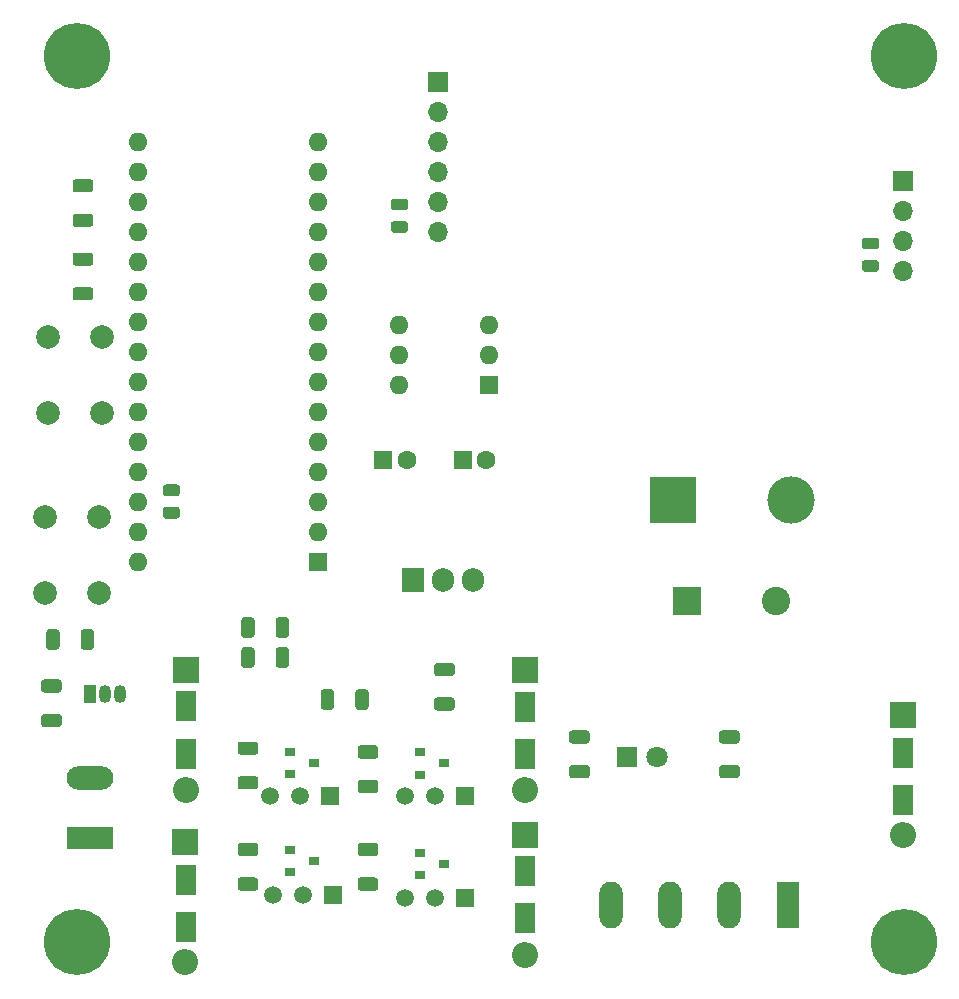
<source format=gbr>
%TF.GenerationSoftware,KiCad,Pcbnew,(5.1.8)-1*%
%TF.CreationDate,2021-07-28T15:43:51+02:00*%
%TF.ProjectId,MotherClock,4d6f7468-6572-4436-9c6f-636b2e6b6963,rev?*%
%TF.SameCoordinates,Original*%
%TF.FileFunction,Soldermask,Top*%
%TF.FilePolarity,Negative*%
%FSLAX46Y46*%
G04 Gerber Fmt 4.6, Leading zero omitted, Abs format (unit mm)*
G04 Created by KiCad (PCBNEW (5.1.8)-1) date 2021-07-28 15:43:51*
%MOMM*%
%LPD*%
G01*
G04 APERTURE LIST*
%ADD10O,3.960000X1.980000*%
%ADD11R,3.960000X1.980000*%
%ADD12R,1.050000X1.500000*%
%ADD13O,1.050000X1.500000*%
%ADD14R,1.500000X1.500000*%
%ADD15C,1.500000*%
%ADD16O,1.700000X1.700000*%
%ADD17R,1.700000X1.700000*%
%ADD18C,2.400000*%
%ADD19R,2.400000X2.400000*%
%ADD20C,2.000000*%
%ADD21O,1.600000X1.600000*%
%ADD22R,1.600000X1.600000*%
%ADD23R,1.800000X2.500000*%
%ADD24C,5.600000*%
%ADD25O,1.905000X2.000000*%
%ADD26R,1.905000X2.000000*%
%ADD27R,0.900000X0.800000*%
%ADD28O,1.980000X3.960000*%
%ADD29R,1.980000X3.960000*%
%ADD30O,2.200000X2.200000*%
%ADD31R,2.200000X2.200000*%
%ADD32C,1.800000*%
%ADD33R,1.800000X1.800000*%
%ADD34C,4.000000*%
%ADD35R,4.000000X4.000000*%
%ADD36C,1.600000*%
G04 APERTURE END LIST*
%TO.C,R14*%
G36*
G01*
X117230999Y-125675500D02*
X118481001Y-125675500D01*
G75*
G02*
X118731000Y-125925499I0J-249999D01*
G01*
X118731000Y-126550501D01*
G75*
G02*
X118481001Y-126800500I-249999J0D01*
G01*
X117230999Y-126800500D01*
G75*
G02*
X116981000Y-126550501I0J249999D01*
G01*
X116981000Y-125925499D01*
G75*
G02*
X117230999Y-125675500I249999J0D01*
G01*
G37*
G36*
G01*
X117230999Y-122750500D02*
X118481001Y-122750500D01*
G75*
G02*
X118731000Y-123000499I0J-249999D01*
G01*
X118731000Y-123625501D01*
G75*
G02*
X118481001Y-123875500I-249999J0D01*
G01*
X117230999Y-123875500D01*
G75*
G02*
X116981000Y-123625501I0J249999D01*
G01*
X116981000Y-123000499D01*
G75*
G02*
X117230999Y-122750500I249999J0D01*
G01*
G37*
%TD*%
D10*
%TO.C,J4*%
X121158000Y-131144000D03*
D11*
X121158000Y-136144000D03*
%TD*%
%TO.C,R13*%
G36*
G01*
X120341500Y-120005001D02*
X120341500Y-118754999D01*
G75*
G02*
X120591499Y-118505000I249999J0D01*
G01*
X121216501Y-118505000D01*
G75*
G02*
X121466500Y-118754999I0J-249999D01*
G01*
X121466500Y-120005001D01*
G75*
G02*
X121216501Y-120255000I-249999J0D01*
G01*
X120591499Y-120255000D01*
G75*
G02*
X120341500Y-120005001I0J249999D01*
G01*
G37*
G36*
G01*
X117416500Y-120005001D02*
X117416500Y-118754999D01*
G75*
G02*
X117666499Y-118505000I249999J0D01*
G01*
X118291501Y-118505000D01*
G75*
G02*
X118541500Y-118754999I0J-249999D01*
G01*
X118541500Y-120005001D01*
G75*
G02*
X118291501Y-120255000I-249999J0D01*
G01*
X117666499Y-120255000D01*
G75*
G02*
X117416500Y-120005001I0J249999D01*
G01*
G37*
%TD*%
D12*
%TO.C,Q9*%
X121158000Y-123952000D03*
D13*
X123698000Y-123952000D03*
X122428000Y-123952000D03*
%TD*%
D14*
%TO.C,Q7*%
X141478000Y-132588000D03*
D15*
X136398000Y-132588000D03*
X138938000Y-132588000D03*
%TD*%
D14*
%TO.C,Q5*%
X152908000Y-132588000D03*
D15*
X147828000Y-132588000D03*
X150368000Y-132588000D03*
%TD*%
D14*
%TO.C,Q8*%
X141732000Y-140970000D03*
D15*
X136652000Y-140970000D03*
X139192000Y-140970000D03*
%TD*%
D14*
%TO.C,Q6*%
X152908000Y-141224000D03*
D15*
X147828000Y-141224000D03*
X150368000Y-141224000D03*
%TD*%
%TO.C,C7*%
G36*
G01*
X186723000Y-87252000D02*
X187673000Y-87252000D01*
G75*
G02*
X187923000Y-87502000I0J-250000D01*
G01*
X187923000Y-88002000D01*
G75*
G02*
X187673000Y-88252000I-250000J0D01*
G01*
X186723000Y-88252000D01*
G75*
G02*
X186473000Y-88002000I0J250000D01*
G01*
X186473000Y-87502000D01*
G75*
G02*
X186723000Y-87252000I250000J0D01*
G01*
G37*
G36*
G01*
X186723000Y-85352000D02*
X187673000Y-85352000D01*
G75*
G02*
X187923000Y-85602000I0J-250000D01*
G01*
X187923000Y-86102000D01*
G75*
G02*
X187673000Y-86352000I-250000J0D01*
G01*
X186723000Y-86352000D01*
G75*
G02*
X186473000Y-86102000I0J250000D01*
G01*
X186473000Y-85602000D01*
G75*
G02*
X186723000Y-85352000I250000J0D01*
G01*
G37*
%TD*%
%TO.C,C6*%
G36*
G01*
X146845000Y-83950000D02*
X147795000Y-83950000D01*
G75*
G02*
X148045000Y-84200000I0J-250000D01*
G01*
X148045000Y-84700000D01*
G75*
G02*
X147795000Y-84950000I-250000J0D01*
G01*
X146845000Y-84950000D01*
G75*
G02*
X146595000Y-84700000I0J250000D01*
G01*
X146595000Y-84200000D01*
G75*
G02*
X146845000Y-83950000I250000J0D01*
G01*
G37*
G36*
G01*
X146845000Y-82050000D02*
X147795000Y-82050000D01*
G75*
G02*
X148045000Y-82300000I0J-250000D01*
G01*
X148045000Y-82800000D01*
G75*
G02*
X147795000Y-83050000I-250000J0D01*
G01*
X146845000Y-83050000D01*
G75*
G02*
X146595000Y-82800000I0J250000D01*
G01*
X146595000Y-82300000D01*
G75*
G02*
X146845000Y-82050000I250000J0D01*
G01*
G37*
%TD*%
%TO.C,C5*%
G36*
G01*
X127541000Y-108146000D02*
X128491000Y-108146000D01*
G75*
G02*
X128741000Y-108396000I0J-250000D01*
G01*
X128741000Y-108896000D01*
G75*
G02*
X128491000Y-109146000I-250000J0D01*
G01*
X127541000Y-109146000D01*
G75*
G02*
X127291000Y-108896000I0J250000D01*
G01*
X127291000Y-108396000D01*
G75*
G02*
X127541000Y-108146000I250000J0D01*
G01*
G37*
G36*
G01*
X127541000Y-106246000D02*
X128491000Y-106246000D01*
G75*
G02*
X128741000Y-106496000I0J-250000D01*
G01*
X128741000Y-106996000D01*
G75*
G02*
X128491000Y-107246000I-250000J0D01*
G01*
X127541000Y-107246000D01*
G75*
G02*
X127291000Y-106996000I0J250000D01*
G01*
X127291000Y-106496000D01*
G75*
G02*
X127541000Y-106246000I250000J0D01*
G01*
G37*
%TD*%
D16*
%TO.C,J3*%
X189992000Y-88138000D03*
X189992000Y-85598000D03*
X189992000Y-83058000D03*
D17*
X189992000Y-80518000D03*
%TD*%
D18*
%TO.C,C4*%
X179204000Y-116078000D03*
D19*
X171704000Y-116078000D03*
%TD*%
D20*
%TO.C,SW3*%
X117348000Y-108966000D03*
X121848000Y-108966000D03*
X117348000Y-115466000D03*
X121848000Y-115466000D03*
%TD*%
%TO.C,SW2*%
X117602000Y-93726000D03*
X122102000Y-93726000D03*
X117602000Y-100226000D03*
X122102000Y-100226000D03*
%TD*%
D21*
%TO.C,SW1*%
X147320000Y-97790000D03*
X154940000Y-92710000D03*
X147320000Y-95250000D03*
X154940000Y-95250000D03*
X147320000Y-92710000D03*
D22*
X154940000Y-97790000D03*
%TD*%
D23*
%TO.C,D11*%
X189992000Y-132969000D03*
X189992000Y-128969000D03*
%TD*%
%TO.C,D10*%
X129286000Y-143700000D03*
X129286000Y-139700000D03*
%TD*%
%TO.C,D9*%
X129286000Y-129032000D03*
X129286000Y-125032000D03*
%TD*%
%TO.C,D8*%
X157988000Y-142970000D03*
X157988000Y-138970000D03*
%TD*%
%TO.C,D7*%
X157988000Y-129095000D03*
X157988000Y-125095000D03*
%TD*%
D24*
%TO.C,REF\u002A\u002A*%
X190000000Y-70000000D03*
%TD*%
%TO.C,REF\u002A\u002A*%
X120000000Y-70000000D03*
%TD*%
%TO.C,REF\u002A\u002A*%
X120000000Y-145000000D03*
%TD*%
%TO.C,REF\u002A\u002A*%
X190000000Y-145000000D03*
%TD*%
D25*
%TO.C,U1*%
X153543000Y-114300000D03*
X151003000Y-114300000D03*
D26*
X148463000Y-114300000D03*
%TD*%
%TO.C,R12*%
G36*
G01*
X121148002Y-81523000D02*
X119897998Y-81523000D01*
G75*
G02*
X119648000Y-81273002I0J249998D01*
G01*
X119648000Y-80647998D01*
G75*
G02*
X119897998Y-80398000I249998J0D01*
G01*
X121148002Y-80398000D01*
G75*
G02*
X121398000Y-80647998I0J-249998D01*
G01*
X121398000Y-81273002D01*
G75*
G02*
X121148002Y-81523000I-249998J0D01*
G01*
G37*
G36*
G01*
X121148002Y-84448000D02*
X119897998Y-84448000D01*
G75*
G02*
X119648000Y-84198002I0J249998D01*
G01*
X119648000Y-83572998D01*
G75*
G02*
X119897998Y-83323000I249998J0D01*
G01*
X121148002Y-83323000D01*
G75*
G02*
X121398000Y-83572998I0J-249998D01*
G01*
X121398000Y-84198002D01*
G75*
G02*
X121148002Y-84448000I-249998J0D01*
G01*
G37*
%TD*%
%TO.C,R11*%
G36*
G01*
X121148002Y-87746000D02*
X119897998Y-87746000D01*
G75*
G02*
X119648000Y-87496002I0J249998D01*
G01*
X119648000Y-86870998D01*
G75*
G02*
X119897998Y-86621000I249998J0D01*
G01*
X121148002Y-86621000D01*
G75*
G02*
X121398000Y-86870998I0J-249998D01*
G01*
X121398000Y-87496002D01*
G75*
G02*
X121148002Y-87746000I-249998J0D01*
G01*
G37*
G36*
G01*
X121148002Y-90671000D02*
X119897998Y-90671000D01*
G75*
G02*
X119648000Y-90421002I0J249998D01*
G01*
X119648000Y-89795998D01*
G75*
G02*
X119897998Y-89546000I249998J0D01*
G01*
X121148002Y-89546000D01*
G75*
G02*
X121398000Y-89795998I0J-249998D01*
G01*
X121398000Y-90421002D01*
G75*
G02*
X121148002Y-90671000I-249998J0D01*
G01*
G37*
%TD*%
%TO.C,R10*%
G36*
G01*
X163185002Y-128197500D02*
X161934998Y-128197500D01*
G75*
G02*
X161685000Y-127947502I0J249998D01*
G01*
X161685000Y-127322498D01*
G75*
G02*
X161934998Y-127072500I249998J0D01*
G01*
X163185002Y-127072500D01*
G75*
G02*
X163435000Y-127322498I0J-249998D01*
G01*
X163435000Y-127947502D01*
G75*
G02*
X163185002Y-128197500I-249998J0D01*
G01*
G37*
G36*
G01*
X163185002Y-131122500D02*
X161934998Y-131122500D01*
G75*
G02*
X161685000Y-130872502I0J249998D01*
G01*
X161685000Y-130247498D01*
G75*
G02*
X161934998Y-129997500I249998J0D01*
G01*
X163185002Y-129997500D01*
G75*
G02*
X163435000Y-130247498I0J-249998D01*
G01*
X163435000Y-130872502D01*
G75*
G02*
X163185002Y-131122500I-249998J0D01*
G01*
G37*
%TD*%
%TO.C,R9*%
G36*
G01*
X133867998Y-139522500D02*
X135118002Y-139522500D01*
G75*
G02*
X135368000Y-139772498I0J-249998D01*
G01*
X135368000Y-140397502D01*
G75*
G02*
X135118002Y-140647500I-249998J0D01*
G01*
X133867998Y-140647500D01*
G75*
G02*
X133618000Y-140397502I0J249998D01*
G01*
X133618000Y-139772498D01*
G75*
G02*
X133867998Y-139522500I249998J0D01*
G01*
G37*
G36*
G01*
X133867998Y-136597500D02*
X135118002Y-136597500D01*
G75*
G02*
X135368000Y-136847498I0J-249998D01*
G01*
X135368000Y-137472502D01*
G75*
G02*
X135118002Y-137722500I-249998J0D01*
G01*
X133867998Y-137722500D01*
G75*
G02*
X133618000Y-137472502I0J249998D01*
G01*
X133618000Y-136847498D01*
G75*
G02*
X133867998Y-136597500I249998J0D01*
G01*
G37*
%TD*%
%TO.C,R8*%
G36*
G01*
X174634998Y-129993500D02*
X175885002Y-129993500D01*
G75*
G02*
X176135000Y-130243498I0J-249998D01*
G01*
X176135000Y-130868502D01*
G75*
G02*
X175885002Y-131118500I-249998J0D01*
G01*
X174634998Y-131118500D01*
G75*
G02*
X174385000Y-130868502I0J249998D01*
G01*
X174385000Y-130243498D01*
G75*
G02*
X174634998Y-129993500I249998J0D01*
G01*
G37*
G36*
G01*
X174634998Y-127068500D02*
X175885002Y-127068500D01*
G75*
G02*
X176135000Y-127318498I0J-249998D01*
G01*
X176135000Y-127943502D01*
G75*
G02*
X175885002Y-128193500I-249998J0D01*
G01*
X174634998Y-128193500D01*
G75*
G02*
X174385000Y-127943502I0J249998D01*
G01*
X174385000Y-127318498D01*
G75*
G02*
X174634998Y-127068500I249998J0D01*
G01*
G37*
%TD*%
%TO.C,R7*%
G36*
G01*
X150504998Y-124282500D02*
X151755002Y-124282500D01*
G75*
G02*
X152005000Y-124532498I0J-249998D01*
G01*
X152005000Y-125157502D01*
G75*
G02*
X151755002Y-125407500I-249998J0D01*
G01*
X150504998Y-125407500D01*
G75*
G02*
X150255000Y-125157502I0J249998D01*
G01*
X150255000Y-124532498D01*
G75*
G02*
X150504998Y-124282500I249998J0D01*
G01*
G37*
G36*
G01*
X150504998Y-121357500D02*
X151755002Y-121357500D01*
G75*
G02*
X152005000Y-121607498I0J-249998D01*
G01*
X152005000Y-122232502D01*
G75*
G02*
X151755002Y-122482500I-249998J0D01*
G01*
X150504998Y-122482500D01*
G75*
G02*
X150255000Y-122232502I0J249998D01*
G01*
X150255000Y-121607498D01*
G75*
G02*
X150504998Y-121357500I249998J0D01*
G01*
G37*
%TD*%
%TO.C,R6*%
G36*
G01*
X135118002Y-129148000D02*
X133867998Y-129148000D01*
G75*
G02*
X133618000Y-128898002I0J249998D01*
G01*
X133618000Y-128272998D01*
G75*
G02*
X133867998Y-128023000I249998J0D01*
G01*
X135118002Y-128023000D01*
G75*
G02*
X135368000Y-128272998I0J-249998D01*
G01*
X135368000Y-128898002D01*
G75*
G02*
X135118002Y-129148000I-249998J0D01*
G01*
G37*
G36*
G01*
X135118002Y-132073000D02*
X133867998Y-132073000D01*
G75*
G02*
X133618000Y-131823002I0J249998D01*
G01*
X133618000Y-131197998D01*
G75*
G02*
X133867998Y-130948000I249998J0D01*
G01*
X135118002Y-130948000D01*
G75*
G02*
X135368000Y-131197998I0J-249998D01*
G01*
X135368000Y-131823002D01*
G75*
G02*
X135118002Y-132073000I-249998J0D01*
G01*
G37*
%TD*%
%TO.C,R5*%
G36*
G01*
X136851500Y-121529002D02*
X136851500Y-120278998D01*
G75*
G02*
X137101498Y-120029000I249998J0D01*
G01*
X137726502Y-120029000D01*
G75*
G02*
X137976500Y-120278998I0J-249998D01*
G01*
X137976500Y-121529002D01*
G75*
G02*
X137726502Y-121779000I-249998J0D01*
G01*
X137101498Y-121779000D01*
G75*
G02*
X136851500Y-121529002I0J249998D01*
G01*
G37*
G36*
G01*
X133926500Y-121529002D02*
X133926500Y-120278998D01*
G75*
G02*
X134176498Y-120029000I249998J0D01*
G01*
X134801502Y-120029000D01*
G75*
G02*
X135051500Y-120278998I0J-249998D01*
G01*
X135051500Y-121529002D01*
G75*
G02*
X134801502Y-121779000I-249998J0D01*
G01*
X134176498Y-121779000D01*
G75*
G02*
X133926500Y-121529002I0J249998D01*
G01*
G37*
%TD*%
%TO.C,R4*%
G36*
G01*
X136851500Y-118989002D02*
X136851500Y-117738998D01*
G75*
G02*
X137101498Y-117489000I249998J0D01*
G01*
X137726502Y-117489000D01*
G75*
G02*
X137976500Y-117738998I0J-249998D01*
G01*
X137976500Y-118989002D01*
G75*
G02*
X137726502Y-119239000I-249998J0D01*
G01*
X137101498Y-119239000D01*
G75*
G02*
X136851500Y-118989002I0J249998D01*
G01*
G37*
G36*
G01*
X133926500Y-118989002D02*
X133926500Y-117738998D01*
G75*
G02*
X134176498Y-117489000I249998J0D01*
G01*
X134801502Y-117489000D01*
G75*
G02*
X135051500Y-117738998I0J-249998D01*
G01*
X135051500Y-118989002D01*
G75*
G02*
X134801502Y-119239000I-249998J0D01*
G01*
X134176498Y-119239000D01*
G75*
G02*
X133926500Y-118989002I0J249998D01*
G01*
G37*
%TD*%
%TO.C,R3*%
G36*
G01*
X141786500Y-123834998D02*
X141786500Y-125085002D01*
G75*
G02*
X141536502Y-125335000I-249998J0D01*
G01*
X140911498Y-125335000D01*
G75*
G02*
X140661500Y-125085002I0J249998D01*
G01*
X140661500Y-123834998D01*
G75*
G02*
X140911498Y-123585000I249998J0D01*
G01*
X141536502Y-123585000D01*
G75*
G02*
X141786500Y-123834998I0J-249998D01*
G01*
G37*
G36*
G01*
X144711500Y-123834998D02*
X144711500Y-125085002D01*
G75*
G02*
X144461502Y-125335000I-249998J0D01*
G01*
X143836498Y-125335000D01*
G75*
G02*
X143586500Y-125085002I0J249998D01*
G01*
X143586500Y-123834998D01*
G75*
G02*
X143836498Y-123585000I249998J0D01*
G01*
X144461502Y-123585000D01*
G75*
G02*
X144711500Y-123834998I0J-249998D01*
G01*
G37*
%TD*%
%TO.C,R2*%
G36*
G01*
X145278002Y-129467500D02*
X144027998Y-129467500D01*
G75*
G02*
X143778000Y-129217502I0J249998D01*
G01*
X143778000Y-128592498D01*
G75*
G02*
X144027998Y-128342500I249998J0D01*
G01*
X145278002Y-128342500D01*
G75*
G02*
X145528000Y-128592498I0J-249998D01*
G01*
X145528000Y-129217502D01*
G75*
G02*
X145278002Y-129467500I-249998J0D01*
G01*
G37*
G36*
G01*
X145278002Y-132392500D02*
X144027998Y-132392500D01*
G75*
G02*
X143778000Y-132142502I0J249998D01*
G01*
X143778000Y-131517498D01*
G75*
G02*
X144027998Y-131267500I249998J0D01*
G01*
X145278002Y-131267500D01*
G75*
G02*
X145528000Y-131517498I0J-249998D01*
G01*
X145528000Y-132142502D01*
G75*
G02*
X145278002Y-132392500I-249998J0D01*
G01*
G37*
%TD*%
%TO.C,R1*%
G36*
G01*
X144027998Y-139522500D02*
X145278002Y-139522500D01*
G75*
G02*
X145528000Y-139772498I0J-249998D01*
G01*
X145528000Y-140397502D01*
G75*
G02*
X145278002Y-140647500I-249998J0D01*
G01*
X144027998Y-140647500D01*
G75*
G02*
X143778000Y-140397502I0J249998D01*
G01*
X143778000Y-139772498D01*
G75*
G02*
X144027998Y-139522500I249998J0D01*
G01*
G37*
G36*
G01*
X144027998Y-136597500D02*
X145278002Y-136597500D01*
G75*
G02*
X145528000Y-136847498I0J-249998D01*
G01*
X145528000Y-137472502D01*
G75*
G02*
X145278002Y-137722500I-249998J0D01*
G01*
X144027998Y-137722500D01*
G75*
G02*
X143778000Y-137472502I0J249998D01*
G01*
X143778000Y-136847498D01*
G75*
G02*
X144027998Y-136597500I249998J0D01*
G01*
G37*
%TD*%
D27*
%TO.C,Q4*%
X140049000Y-138110000D03*
X138049000Y-139060000D03*
X138049000Y-137160000D03*
%TD*%
%TO.C,Q3*%
X140049000Y-129855000D03*
X138049000Y-130805000D03*
X138049000Y-128905000D03*
%TD*%
%TO.C,Q2*%
X151098000Y-138364000D03*
X149098000Y-139314000D03*
X149098000Y-137414000D03*
%TD*%
%TO.C,Q1*%
X151098000Y-129860000D03*
X149098000Y-130810000D03*
X149098000Y-128910000D03*
%TD*%
D16*
%TO.C,J2*%
X150622000Y-84836000D03*
X150622000Y-82296000D03*
X150622000Y-79756000D03*
X150622000Y-77216000D03*
X150622000Y-74676000D03*
D17*
X150622000Y-72136000D03*
%TD*%
D28*
%TO.C,J1*%
X170260000Y-141859000D03*
X165260000Y-141859000D03*
X175260000Y-141859000D03*
D29*
X180260000Y-141859000D03*
%TD*%
D30*
%TO.C,D6*%
X189992000Y-135890000D03*
D31*
X189992000Y-125730000D03*
%TD*%
D32*
%TO.C,D5*%
X169164000Y-129286000D03*
D33*
X166624000Y-129286000D03*
%TD*%
D30*
%TO.C,D4*%
X129159000Y-146685000D03*
D31*
X129159000Y-136525000D03*
%TD*%
D30*
%TO.C,D3*%
X129286000Y-132080000D03*
D31*
X129286000Y-121920000D03*
%TD*%
D30*
%TO.C,D2*%
X157988000Y-146050000D03*
D31*
X157988000Y-135890000D03*
%TD*%
D30*
%TO.C,D1*%
X157988000Y-132080000D03*
D31*
X157988000Y-121920000D03*
%TD*%
D34*
%TO.C,C3*%
X180467000Y-107569000D03*
D35*
X170467000Y-107569000D03*
%TD*%
D36*
%TO.C,C2*%
X154686000Y-104140000D03*
D22*
X152686000Y-104140000D03*
%TD*%
D36*
%TO.C,C1*%
X147923000Y-104140000D03*
D22*
X145923000Y-104140000D03*
%TD*%
D21*
%TO.C,A1*%
X125222000Y-77216000D03*
X140462000Y-77216000D03*
X125222000Y-112776000D03*
X140462000Y-79756000D03*
X125222000Y-110236000D03*
X140462000Y-82296000D03*
X125222000Y-107696000D03*
X140462000Y-84836000D03*
X125222000Y-105156000D03*
X140462000Y-87376000D03*
X125222000Y-102616000D03*
X140462000Y-89916000D03*
X125222000Y-100076000D03*
X140462000Y-92456000D03*
X125222000Y-97536000D03*
X140462000Y-94996000D03*
X125222000Y-94996000D03*
X140462000Y-97536000D03*
X125222000Y-92456000D03*
X140462000Y-100076000D03*
X125222000Y-89916000D03*
X140462000Y-102616000D03*
X125222000Y-87376000D03*
X140462000Y-105156000D03*
X125222000Y-84836000D03*
X140462000Y-107696000D03*
X125222000Y-82296000D03*
X140462000Y-110236000D03*
X125222000Y-79756000D03*
D22*
X140462000Y-112776000D03*
%TD*%
M02*

</source>
